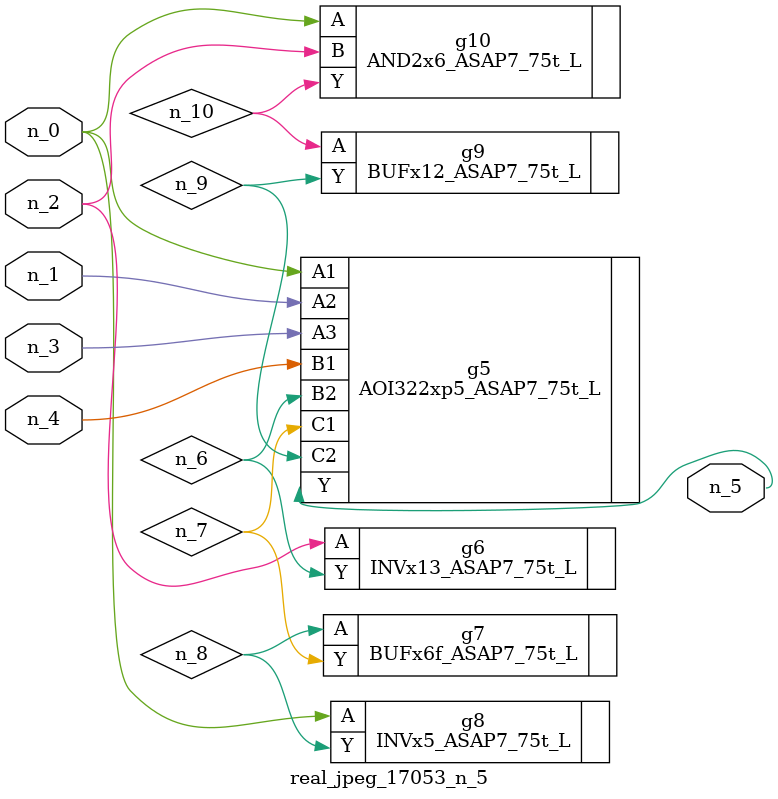
<source format=v>
module real_jpeg_17053_n_5 (n_4, n_0, n_1, n_2, n_3, n_5);

input n_4;
input n_0;
input n_1;
input n_2;
input n_3;

output n_5;

wire n_8;
wire n_6;
wire n_7;
wire n_10;
wire n_9;

AOI322xp5_ASAP7_75t_L g5 ( 
.A1(n_0),
.A2(n_1),
.A3(n_3),
.B1(n_4),
.B2(n_6),
.C1(n_7),
.C2(n_9),
.Y(n_5)
);

INVx5_ASAP7_75t_L g8 ( 
.A(n_0),
.Y(n_8)
);

AND2x6_ASAP7_75t_L g10 ( 
.A(n_0),
.B(n_2),
.Y(n_10)
);

INVx13_ASAP7_75t_L g6 ( 
.A(n_2),
.Y(n_6)
);

BUFx6f_ASAP7_75t_L g7 ( 
.A(n_8),
.Y(n_7)
);

BUFx12_ASAP7_75t_L g9 ( 
.A(n_10),
.Y(n_9)
);


endmodule
</source>
